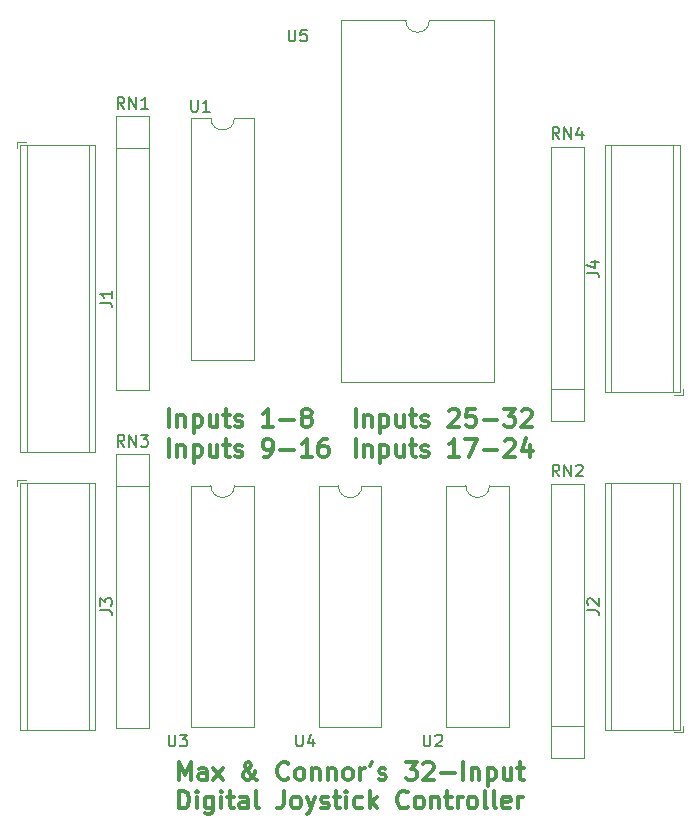
<source format=gbr>
%TF.GenerationSoftware,KiCad,Pcbnew,(6.0.1)*%
%TF.CreationDate,2022-01-26T21:55:38-08:00*%
%TF.ProjectId,dcs-joystick,6463732d-6a6f-4797-9374-69636b2e6b69,rev?*%
%TF.SameCoordinates,Original*%
%TF.FileFunction,Legend,Top*%
%TF.FilePolarity,Positive*%
%FSLAX46Y46*%
G04 Gerber Fmt 4.6, Leading zero omitted, Abs format (unit mm)*
G04 Created by KiCad (PCBNEW (6.0.1)) date 2022-01-26 21:55:38*
%MOMM*%
%LPD*%
G01*
G04 APERTURE LIST*
%ADD10C,0.300000*%
%ADD11C,0.150000*%
%ADD12C,0.120000*%
G04 APERTURE END LIST*
D10*
X124564999Y-107421071D02*
X124564999Y-105921071D01*
X125064999Y-106992500D01*
X125564999Y-105921071D01*
X125564999Y-107421071D01*
X126922142Y-107421071D02*
X126922142Y-106635357D01*
X126850714Y-106492500D01*
X126707857Y-106421071D01*
X126422142Y-106421071D01*
X126279285Y-106492500D01*
X126922142Y-107349642D02*
X126779285Y-107421071D01*
X126422142Y-107421071D01*
X126279285Y-107349642D01*
X126207857Y-107206785D01*
X126207857Y-107063928D01*
X126279285Y-106921071D01*
X126422142Y-106849642D01*
X126779285Y-106849642D01*
X126922142Y-106778214D01*
X127493571Y-107421071D02*
X128279285Y-106421071D01*
X127493571Y-106421071D02*
X128279285Y-107421071D01*
X131207857Y-107421071D02*
X131136428Y-107421071D01*
X130993571Y-107349642D01*
X130779285Y-107135357D01*
X130422142Y-106706785D01*
X130279285Y-106492500D01*
X130207857Y-106278214D01*
X130207857Y-106135357D01*
X130279285Y-105992500D01*
X130422142Y-105921071D01*
X130493571Y-105921071D01*
X130636428Y-105992500D01*
X130707857Y-106135357D01*
X130707857Y-106206785D01*
X130636428Y-106349642D01*
X130564999Y-106421071D01*
X130136428Y-106706785D01*
X130064999Y-106778214D01*
X129993571Y-106921071D01*
X129993571Y-107135357D01*
X130064999Y-107278214D01*
X130136428Y-107349642D01*
X130279285Y-107421071D01*
X130493571Y-107421071D01*
X130636428Y-107349642D01*
X130707857Y-107278214D01*
X130922142Y-106992500D01*
X130993571Y-106778214D01*
X130993571Y-106635357D01*
X133850714Y-107278214D02*
X133779285Y-107349642D01*
X133565000Y-107421071D01*
X133422142Y-107421071D01*
X133207857Y-107349642D01*
X133065000Y-107206785D01*
X132993571Y-107063928D01*
X132922142Y-106778214D01*
X132922142Y-106563928D01*
X132993571Y-106278214D01*
X133065000Y-106135357D01*
X133207857Y-105992500D01*
X133422142Y-105921071D01*
X133565000Y-105921071D01*
X133779285Y-105992500D01*
X133850714Y-106063928D01*
X134707857Y-107421071D02*
X134565000Y-107349642D01*
X134493571Y-107278214D01*
X134422142Y-107135357D01*
X134422142Y-106706785D01*
X134493571Y-106563928D01*
X134565000Y-106492500D01*
X134707857Y-106421071D01*
X134922142Y-106421071D01*
X135065000Y-106492500D01*
X135136428Y-106563928D01*
X135207857Y-106706785D01*
X135207857Y-107135357D01*
X135136428Y-107278214D01*
X135065000Y-107349642D01*
X134922142Y-107421071D01*
X134707857Y-107421071D01*
X135850714Y-106421071D02*
X135850714Y-107421071D01*
X135850714Y-106563928D02*
X135922142Y-106492500D01*
X136065000Y-106421071D01*
X136279285Y-106421071D01*
X136422142Y-106492500D01*
X136493571Y-106635357D01*
X136493571Y-107421071D01*
X137207857Y-106421071D02*
X137207857Y-107421071D01*
X137207857Y-106563928D02*
X137279285Y-106492500D01*
X137422142Y-106421071D01*
X137636428Y-106421071D01*
X137779285Y-106492500D01*
X137850714Y-106635357D01*
X137850714Y-107421071D01*
X138779285Y-107421071D02*
X138636428Y-107349642D01*
X138565000Y-107278214D01*
X138493571Y-107135357D01*
X138493571Y-106706785D01*
X138565000Y-106563928D01*
X138636428Y-106492500D01*
X138779285Y-106421071D01*
X138993571Y-106421071D01*
X139136428Y-106492500D01*
X139207857Y-106563928D01*
X139279285Y-106706785D01*
X139279285Y-107135357D01*
X139207857Y-107278214D01*
X139136428Y-107349642D01*
X138993571Y-107421071D01*
X138779285Y-107421071D01*
X139922142Y-107421071D02*
X139922142Y-106421071D01*
X139922142Y-106706785D02*
X139993571Y-106563928D01*
X140065000Y-106492500D01*
X140207857Y-106421071D01*
X140350714Y-106421071D01*
X140922142Y-105921071D02*
X140779285Y-106206785D01*
X141493571Y-107349642D02*
X141636428Y-107421071D01*
X141922142Y-107421071D01*
X142065000Y-107349642D01*
X142136428Y-107206785D01*
X142136428Y-107135357D01*
X142065000Y-106992500D01*
X141922142Y-106921071D01*
X141707857Y-106921071D01*
X141565000Y-106849642D01*
X141493571Y-106706785D01*
X141493571Y-106635357D01*
X141565000Y-106492500D01*
X141707857Y-106421071D01*
X141922142Y-106421071D01*
X142065000Y-106492500D01*
X143779285Y-105921071D02*
X144707857Y-105921071D01*
X144207857Y-106492500D01*
X144422142Y-106492500D01*
X144565000Y-106563928D01*
X144636428Y-106635357D01*
X144707857Y-106778214D01*
X144707857Y-107135357D01*
X144636428Y-107278214D01*
X144565000Y-107349642D01*
X144422142Y-107421071D01*
X143993571Y-107421071D01*
X143850714Y-107349642D01*
X143779285Y-107278214D01*
X145279285Y-106063928D02*
X145350714Y-105992500D01*
X145493571Y-105921071D01*
X145850714Y-105921071D01*
X145993571Y-105992500D01*
X146065000Y-106063928D01*
X146136428Y-106206785D01*
X146136428Y-106349642D01*
X146065000Y-106563928D01*
X145207857Y-107421071D01*
X146136428Y-107421071D01*
X146779285Y-106849642D02*
X147922142Y-106849642D01*
X148636428Y-107421071D02*
X148636428Y-105921071D01*
X149350714Y-106421071D02*
X149350714Y-107421071D01*
X149350714Y-106563928D02*
X149422142Y-106492500D01*
X149565000Y-106421071D01*
X149779285Y-106421071D01*
X149922142Y-106492500D01*
X149993571Y-106635357D01*
X149993571Y-107421071D01*
X150707857Y-106421071D02*
X150707857Y-107921071D01*
X150707857Y-106492500D02*
X150850714Y-106421071D01*
X151136428Y-106421071D01*
X151279285Y-106492500D01*
X151350714Y-106563928D01*
X151422142Y-106706785D01*
X151422142Y-107135357D01*
X151350714Y-107278214D01*
X151279285Y-107349642D01*
X151136428Y-107421071D01*
X150850714Y-107421071D01*
X150707857Y-107349642D01*
X152707857Y-106421071D02*
X152707857Y-107421071D01*
X152065000Y-106421071D02*
X152065000Y-107206785D01*
X152136428Y-107349642D01*
X152279285Y-107421071D01*
X152493571Y-107421071D01*
X152636428Y-107349642D01*
X152707857Y-107278214D01*
X153207857Y-106421071D02*
X153779285Y-106421071D01*
X153422142Y-105921071D02*
X153422142Y-107206785D01*
X153493571Y-107349642D01*
X153636428Y-107421071D01*
X153779285Y-107421071D01*
X124600714Y-109836071D02*
X124600714Y-108336071D01*
X124957857Y-108336071D01*
X125172142Y-108407500D01*
X125314999Y-108550357D01*
X125386428Y-108693214D01*
X125457857Y-108978928D01*
X125457857Y-109193214D01*
X125386428Y-109478928D01*
X125314999Y-109621785D01*
X125172142Y-109764642D01*
X124957857Y-109836071D01*
X124600714Y-109836071D01*
X126100714Y-109836071D02*
X126100714Y-108836071D01*
X126100714Y-108336071D02*
X126029285Y-108407500D01*
X126100714Y-108478928D01*
X126172142Y-108407500D01*
X126100714Y-108336071D01*
X126100714Y-108478928D01*
X127457857Y-108836071D02*
X127457857Y-110050357D01*
X127386428Y-110193214D01*
X127314999Y-110264642D01*
X127172142Y-110336071D01*
X126957857Y-110336071D01*
X126814999Y-110264642D01*
X127457857Y-109764642D02*
X127314999Y-109836071D01*
X127029285Y-109836071D01*
X126886428Y-109764642D01*
X126814999Y-109693214D01*
X126743571Y-109550357D01*
X126743571Y-109121785D01*
X126814999Y-108978928D01*
X126886428Y-108907500D01*
X127029285Y-108836071D01*
X127314999Y-108836071D01*
X127457857Y-108907500D01*
X128172142Y-109836071D02*
X128172142Y-108836071D01*
X128172142Y-108336071D02*
X128100714Y-108407500D01*
X128172142Y-108478928D01*
X128243571Y-108407500D01*
X128172142Y-108336071D01*
X128172142Y-108478928D01*
X128672142Y-108836071D02*
X129243571Y-108836071D01*
X128886428Y-108336071D02*
X128886428Y-109621785D01*
X128957857Y-109764642D01*
X129100714Y-109836071D01*
X129243571Y-109836071D01*
X130386428Y-109836071D02*
X130386428Y-109050357D01*
X130314999Y-108907500D01*
X130172142Y-108836071D01*
X129886428Y-108836071D01*
X129743571Y-108907500D01*
X130386428Y-109764642D02*
X130243571Y-109836071D01*
X129886428Y-109836071D01*
X129743571Y-109764642D01*
X129672142Y-109621785D01*
X129672142Y-109478928D01*
X129743571Y-109336071D01*
X129886428Y-109264642D01*
X130243571Y-109264642D01*
X130386428Y-109193214D01*
X131314999Y-109836071D02*
X131172142Y-109764642D01*
X131100714Y-109621785D01*
X131100714Y-108336071D01*
X133457857Y-108336071D02*
X133457857Y-109407500D01*
X133386428Y-109621785D01*
X133243571Y-109764642D01*
X133029285Y-109836071D01*
X132886428Y-109836071D01*
X134386428Y-109836071D02*
X134243571Y-109764642D01*
X134172142Y-109693214D01*
X134100714Y-109550357D01*
X134100714Y-109121785D01*
X134172142Y-108978928D01*
X134243571Y-108907500D01*
X134386428Y-108836071D01*
X134600714Y-108836071D01*
X134743571Y-108907500D01*
X134815000Y-108978928D01*
X134886428Y-109121785D01*
X134886428Y-109550357D01*
X134815000Y-109693214D01*
X134743571Y-109764642D01*
X134600714Y-109836071D01*
X134386428Y-109836071D01*
X135386428Y-108836071D02*
X135743571Y-109836071D01*
X136100714Y-108836071D02*
X135743571Y-109836071D01*
X135600714Y-110193214D01*
X135529285Y-110264642D01*
X135386428Y-110336071D01*
X136600714Y-109764642D02*
X136743571Y-109836071D01*
X137029285Y-109836071D01*
X137172142Y-109764642D01*
X137243571Y-109621785D01*
X137243571Y-109550357D01*
X137172142Y-109407500D01*
X137029285Y-109336071D01*
X136815000Y-109336071D01*
X136672142Y-109264642D01*
X136600714Y-109121785D01*
X136600714Y-109050357D01*
X136672142Y-108907500D01*
X136815000Y-108836071D01*
X137029285Y-108836071D01*
X137172142Y-108907500D01*
X137672142Y-108836071D02*
X138243571Y-108836071D01*
X137886428Y-108336071D02*
X137886428Y-109621785D01*
X137957857Y-109764642D01*
X138100714Y-109836071D01*
X138243571Y-109836071D01*
X138743571Y-109836071D02*
X138743571Y-108836071D01*
X138743571Y-108336071D02*
X138672142Y-108407500D01*
X138743571Y-108478928D01*
X138815000Y-108407500D01*
X138743571Y-108336071D01*
X138743571Y-108478928D01*
X140100714Y-109764642D02*
X139957857Y-109836071D01*
X139672142Y-109836071D01*
X139529285Y-109764642D01*
X139457857Y-109693214D01*
X139386428Y-109550357D01*
X139386428Y-109121785D01*
X139457857Y-108978928D01*
X139529285Y-108907500D01*
X139672142Y-108836071D01*
X139957857Y-108836071D01*
X140100714Y-108907500D01*
X140743571Y-109836071D02*
X140743571Y-108336071D01*
X140886428Y-109264642D02*
X141315000Y-109836071D01*
X141315000Y-108836071D02*
X140743571Y-109407500D01*
X143957857Y-109693214D02*
X143886428Y-109764642D01*
X143672142Y-109836071D01*
X143529285Y-109836071D01*
X143315000Y-109764642D01*
X143172142Y-109621785D01*
X143100714Y-109478928D01*
X143029285Y-109193214D01*
X143029285Y-108978928D01*
X143100714Y-108693214D01*
X143172142Y-108550357D01*
X143315000Y-108407500D01*
X143529285Y-108336071D01*
X143672142Y-108336071D01*
X143886428Y-108407500D01*
X143957857Y-108478928D01*
X144815000Y-109836071D02*
X144672142Y-109764642D01*
X144600714Y-109693214D01*
X144529285Y-109550357D01*
X144529285Y-109121785D01*
X144600714Y-108978928D01*
X144672142Y-108907500D01*
X144815000Y-108836071D01*
X145029285Y-108836071D01*
X145172142Y-108907500D01*
X145243571Y-108978928D01*
X145315000Y-109121785D01*
X145315000Y-109550357D01*
X145243571Y-109693214D01*
X145172142Y-109764642D01*
X145029285Y-109836071D01*
X144815000Y-109836071D01*
X145957857Y-108836071D02*
X145957857Y-109836071D01*
X145957857Y-108978928D02*
X146029285Y-108907500D01*
X146172142Y-108836071D01*
X146386428Y-108836071D01*
X146529285Y-108907500D01*
X146600714Y-109050357D01*
X146600714Y-109836071D01*
X147100714Y-108836071D02*
X147672142Y-108836071D01*
X147315000Y-108336071D02*
X147315000Y-109621785D01*
X147386428Y-109764642D01*
X147529285Y-109836071D01*
X147672142Y-109836071D01*
X148172142Y-109836071D02*
X148172142Y-108836071D01*
X148172142Y-109121785D02*
X148243571Y-108978928D01*
X148315000Y-108907500D01*
X148457857Y-108836071D01*
X148600714Y-108836071D01*
X149315000Y-109836071D02*
X149172142Y-109764642D01*
X149100714Y-109693214D01*
X149029285Y-109550357D01*
X149029285Y-109121785D01*
X149100714Y-108978928D01*
X149172142Y-108907500D01*
X149315000Y-108836071D01*
X149529285Y-108836071D01*
X149672142Y-108907500D01*
X149743571Y-108978928D01*
X149815000Y-109121785D01*
X149815000Y-109550357D01*
X149743571Y-109693214D01*
X149672142Y-109764642D01*
X149529285Y-109836071D01*
X149315000Y-109836071D01*
X150672142Y-109836071D02*
X150529285Y-109764642D01*
X150457857Y-109621785D01*
X150457857Y-108336071D01*
X151457857Y-109836071D02*
X151315000Y-109764642D01*
X151243571Y-109621785D01*
X151243571Y-108336071D01*
X152600714Y-109764642D02*
X152457857Y-109836071D01*
X152172142Y-109836071D01*
X152029285Y-109764642D01*
X151957857Y-109621785D01*
X151957857Y-109050357D01*
X152029285Y-108907500D01*
X152172142Y-108836071D01*
X152457857Y-108836071D01*
X152600714Y-108907500D01*
X152672142Y-109050357D01*
X152672142Y-109193214D01*
X151957857Y-109336071D01*
X153315000Y-109836071D02*
X153315000Y-108836071D01*
X153315000Y-109121785D02*
X153386428Y-108978928D01*
X153457857Y-108907500D01*
X153600714Y-108836071D01*
X153743571Y-108836071D01*
X123742142Y-80053571D02*
X123742142Y-78553571D01*
X124456428Y-79053571D02*
X124456428Y-80053571D01*
X124456428Y-79196428D02*
X124527857Y-79125000D01*
X124670714Y-79053571D01*
X124885000Y-79053571D01*
X125027857Y-79125000D01*
X125099285Y-79267857D01*
X125099285Y-80053571D01*
X125813571Y-79053571D02*
X125813571Y-80553571D01*
X125813571Y-79125000D02*
X125956428Y-79053571D01*
X126242142Y-79053571D01*
X126385000Y-79125000D01*
X126456428Y-79196428D01*
X126527857Y-79339285D01*
X126527857Y-79767857D01*
X126456428Y-79910714D01*
X126385000Y-79982142D01*
X126242142Y-80053571D01*
X125956428Y-80053571D01*
X125813571Y-79982142D01*
X127813571Y-79053571D02*
X127813571Y-80053571D01*
X127170714Y-79053571D02*
X127170714Y-79839285D01*
X127242142Y-79982142D01*
X127385000Y-80053571D01*
X127599285Y-80053571D01*
X127742142Y-79982142D01*
X127813571Y-79910714D01*
X128313571Y-79053571D02*
X128885000Y-79053571D01*
X128527857Y-78553571D02*
X128527857Y-79839285D01*
X128599285Y-79982142D01*
X128742142Y-80053571D01*
X128885000Y-80053571D01*
X129313571Y-79982142D02*
X129456428Y-80053571D01*
X129742142Y-80053571D01*
X129885000Y-79982142D01*
X129956428Y-79839285D01*
X129956428Y-79767857D01*
X129885000Y-79625000D01*
X129742142Y-79553571D01*
X129527857Y-79553571D01*
X129385000Y-79482142D01*
X129313571Y-79339285D01*
X129313571Y-79267857D01*
X129385000Y-79125000D01*
X129527857Y-79053571D01*
X129742142Y-79053571D01*
X129885000Y-79125000D01*
X131813571Y-80053571D02*
X132099285Y-80053571D01*
X132242142Y-79982142D01*
X132313571Y-79910714D01*
X132456428Y-79696428D01*
X132527857Y-79410714D01*
X132527857Y-78839285D01*
X132456428Y-78696428D01*
X132385000Y-78625000D01*
X132242142Y-78553571D01*
X131956428Y-78553571D01*
X131813571Y-78625000D01*
X131742142Y-78696428D01*
X131670714Y-78839285D01*
X131670714Y-79196428D01*
X131742142Y-79339285D01*
X131813571Y-79410714D01*
X131956428Y-79482142D01*
X132242142Y-79482142D01*
X132385000Y-79410714D01*
X132456428Y-79339285D01*
X132527857Y-79196428D01*
X133170714Y-79482142D02*
X134313571Y-79482142D01*
X135813571Y-80053571D02*
X134956428Y-80053571D01*
X135385000Y-80053571D02*
X135385000Y-78553571D01*
X135242142Y-78767857D01*
X135099285Y-78910714D01*
X134956428Y-78982142D01*
X137099285Y-78553571D02*
X136813571Y-78553571D01*
X136670714Y-78625000D01*
X136599285Y-78696428D01*
X136456428Y-78910714D01*
X136385000Y-79196428D01*
X136385000Y-79767857D01*
X136456428Y-79910714D01*
X136527857Y-79982142D01*
X136670714Y-80053571D01*
X136956428Y-80053571D01*
X137099285Y-79982142D01*
X137170714Y-79910714D01*
X137242142Y-79767857D01*
X137242142Y-79410714D01*
X137170714Y-79267857D01*
X137099285Y-79196428D01*
X136956428Y-79125000D01*
X136670714Y-79125000D01*
X136527857Y-79196428D01*
X136456428Y-79267857D01*
X136385000Y-79410714D01*
X139530714Y-80053571D02*
X139530714Y-78553571D01*
X140245000Y-79053571D02*
X140245000Y-80053571D01*
X140245000Y-79196428D02*
X140316428Y-79125000D01*
X140459285Y-79053571D01*
X140673571Y-79053571D01*
X140816428Y-79125000D01*
X140887857Y-79267857D01*
X140887857Y-80053571D01*
X141602142Y-79053571D02*
X141602142Y-80553571D01*
X141602142Y-79125000D02*
X141745000Y-79053571D01*
X142030714Y-79053571D01*
X142173571Y-79125000D01*
X142245000Y-79196428D01*
X142316428Y-79339285D01*
X142316428Y-79767857D01*
X142245000Y-79910714D01*
X142173571Y-79982142D01*
X142030714Y-80053571D01*
X141745000Y-80053571D01*
X141602142Y-79982142D01*
X143602142Y-79053571D02*
X143602142Y-80053571D01*
X142959285Y-79053571D02*
X142959285Y-79839285D01*
X143030714Y-79982142D01*
X143173571Y-80053571D01*
X143387857Y-80053571D01*
X143530714Y-79982142D01*
X143602142Y-79910714D01*
X144102142Y-79053571D02*
X144673571Y-79053571D01*
X144316428Y-78553571D02*
X144316428Y-79839285D01*
X144387857Y-79982142D01*
X144530714Y-80053571D01*
X144673571Y-80053571D01*
X145102142Y-79982142D02*
X145245000Y-80053571D01*
X145530714Y-80053571D01*
X145673571Y-79982142D01*
X145745000Y-79839285D01*
X145745000Y-79767857D01*
X145673571Y-79625000D01*
X145530714Y-79553571D01*
X145316428Y-79553571D01*
X145173571Y-79482142D01*
X145102142Y-79339285D01*
X145102142Y-79267857D01*
X145173571Y-79125000D01*
X145316428Y-79053571D01*
X145530714Y-79053571D01*
X145673571Y-79125000D01*
X148316428Y-80053571D02*
X147459285Y-80053571D01*
X147887857Y-80053571D02*
X147887857Y-78553571D01*
X147745000Y-78767857D01*
X147602142Y-78910714D01*
X147459285Y-78982142D01*
X148816428Y-78553571D02*
X149816428Y-78553571D01*
X149173571Y-80053571D01*
X150387857Y-79482142D02*
X151530714Y-79482142D01*
X152173571Y-78696428D02*
X152245000Y-78625000D01*
X152387857Y-78553571D01*
X152745000Y-78553571D01*
X152887857Y-78625000D01*
X152959285Y-78696428D01*
X153030714Y-78839285D01*
X153030714Y-78982142D01*
X152959285Y-79196428D01*
X152102142Y-80053571D01*
X153030714Y-80053571D01*
X154316428Y-79053571D02*
X154316428Y-80053571D01*
X153959285Y-78482142D02*
X153602142Y-79553571D01*
X154530714Y-79553571D01*
X139530714Y-77513571D02*
X139530714Y-76013571D01*
X140245000Y-76513571D02*
X140245000Y-77513571D01*
X140245000Y-76656428D02*
X140316428Y-76585000D01*
X140459285Y-76513571D01*
X140673571Y-76513571D01*
X140816428Y-76585000D01*
X140887857Y-76727857D01*
X140887857Y-77513571D01*
X141602142Y-76513571D02*
X141602142Y-78013571D01*
X141602142Y-76585000D02*
X141745000Y-76513571D01*
X142030714Y-76513571D01*
X142173571Y-76585000D01*
X142245000Y-76656428D01*
X142316428Y-76799285D01*
X142316428Y-77227857D01*
X142245000Y-77370714D01*
X142173571Y-77442142D01*
X142030714Y-77513571D01*
X141745000Y-77513571D01*
X141602142Y-77442142D01*
X143602142Y-76513571D02*
X143602142Y-77513571D01*
X142959285Y-76513571D02*
X142959285Y-77299285D01*
X143030714Y-77442142D01*
X143173571Y-77513571D01*
X143387857Y-77513571D01*
X143530714Y-77442142D01*
X143602142Y-77370714D01*
X144102142Y-76513571D02*
X144673571Y-76513571D01*
X144316428Y-76013571D02*
X144316428Y-77299285D01*
X144387857Y-77442142D01*
X144530714Y-77513571D01*
X144673571Y-77513571D01*
X145102142Y-77442142D02*
X145245000Y-77513571D01*
X145530714Y-77513571D01*
X145673571Y-77442142D01*
X145745000Y-77299285D01*
X145745000Y-77227857D01*
X145673571Y-77085000D01*
X145530714Y-77013571D01*
X145316428Y-77013571D01*
X145173571Y-76942142D01*
X145102142Y-76799285D01*
X145102142Y-76727857D01*
X145173571Y-76585000D01*
X145316428Y-76513571D01*
X145530714Y-76513571D01*
X145673571Y-76585000D01*
X147459285Y-76156428D02*
X147530714Y-76085000D01*
X147673571Y-76013571D01*
X148030714Y-76013571D01*
X148173571Y-76085000D01*
X148245000Y-76156428D01*
X148316428Y-76299285D01*
X148316428Y-76442142D01*
X148245000Y-76656428D01*
X147387857Y-77513571D01*
X148316428Y-77513571D01*
X149673571Y-76013571D02*
X148959285Y-76013571D01*
X148887857Y-76727857D01*
X148959285Y-76656428D01*
X149102142Y-76585000D01*
X149459285Y-76585000D01*
X149602142Y-76656428D01*
X149673571Y-76727857D01*
X149745000Y-76870714D01*
X149745000Y-77227857D01*
X149673571Y-77370714D01*
X149602142Y-77442142D01*
X149459285Y-77513571D01*
X149102142Y-77513571D01*
X148959285Y-77442142D01*
X148887857Y-77370714D01*
X150387857Y-76942142D02*
X151530714Y-76942142D01*
X152102142Y-76013571D02*
X153030714Y-76013571D01*
X152530714Y-76585000D01*
X152745000Y-76585000D01*
X152887857Y-76656428D01*
X152959285Y-76727857D01*
X153030714Y-76870714D01*
X153030714Y-77227857D01*
X152959285Y-77370714D01*
X152887857Y-77442142D01*
X152745000Y-77513571D01*
X152316428Y-77513571D01*
X152173571Y-77442142D01*
X152102142Y-77370714D01*
X153602142Y-76156428D02*
X153673571Y-76085000D01*
X153816428Y-76013571D01*
X154173571Y-76013571D01*
X154316428Y-76085000D01*
X154387857Y-76156428D01*
X154459285Y-76299285D01*
X154459285Y-76442142D01*
X154387857Y-76656428D01*
X153530714Y-77513571D01*
X154459285Y-77513571D01*
X123742142Y-77513571D02*
X123742142Y-76013571D01*
X124456428Y-76513571D02*
X124456428Y-77513571D01*
X124456428Y-76656428D02*
X124527857Y-76585000D01*
X124670714Y-76513571D01*
X124885000Y-76513571D01*
X125027857Y-76585000D01*
X125099285Y-76727857D01*
X125099285Y-77513571D01*
X125813571Y-76513571D02*
X125813571Y-78013571D01*
X125813571Y-76585000D02*
X125956428Y-76513571D01*
X126242142Y-76513571D01*
X126385000Y-76585000D01*
X126456428Y-76656428D01*
X126527857Y-76799285D01*
X126527857Y-77227857D01*
X126456428Y-77370714D01*
X126385000Y-77442142D01*
X126242142Y-77513571D01*
X125956428Y-77513571D01*
X125813571Y-77442142D01*
X127813571Y-76513571D02*
X127813571Y-77513571D01*
X127170714Y-76513571D02*
X127170714Y-77299285D01*
X127242142Y-77442142D01*
X127385000Y-77513571D01*
X127599285Y-77513571D01*
X127742142Y-77442142D01*
X127813571Y-77370714D01*
X128313571Y-76513571D02*
X128885000Y-76513571D01*
X128527857Y-76013571D02*
X128527857Y-77299285D01*
X128599285Y-77442142D01*
X128742142Y-77513571D01*
X128885000Y-77513571D01*
X129313571Y-77442142D02*
X129456428Y-77513571D01*
X129742142Y-77513571D01*
X129885000Y-77442142D01*
X129956428Y-77299285D01*
X129956428Y-77227857D01*
X129885000Y-77085000D01*
X129742142Y-77013571D01*
X129527857Y-77013571D01*
X129385000Y-76942142D01*
X129313571Y-76799285D01*
X129313571Y-76727857D01*
X129385000Y-76585000D01*
X129527857Y-76513571D01*
X129742142Y-76513571D01*
X129885000Y-76585000D01*
X132527857Y-77513571D02*
X131670714Y-77513571D01*
X132099285Y-77513571D02*
X132099285Y-76013571D01*
X131956428Y-76227857D01*
X131813571Y-76370714D01*
X131670714Y-76442142D01*
X133170714Y-76942142D02*
X134313571Y-76942142D01*
X135242142Y-76656428D02*
X135099285Y-76585000D01*
X135027857Y-76513571D01*
X134956428Y-76370714D01*
X134956428Y-76299285D01*
X135027857Y-76156428D01*
X135099285Y-76085000D01*
X135242142Y-76013571D01*
X135527857Y-76013571D01*
X135670714Y-76085000D01*
X135742142Y-76156428D01*
X135813571Y-76299285D01*
X135813571Y-76370714D01*
X135742142Y-76513571D01*
X135670714Y-76585000D01*
X135527857Y-76656428D01*
X135242142Y-76656428D01*
X135099285Y-76727857D01*
X135027857Y-76799285D01*
X134956428Y-76942142D01*
X134956428Y-77227857D01*
X135027857Y-77370714D01*
X135099285Y-77442142D01*
X135242142Y-77513571D01*
X135527857Y-77513571D01*
X135670714Y-77442142D01*
X135742142Y-77370714D01*
X135813571Y-77227857D01*
X135813571Y-76942142D01*
X135742142Y-76799285D01*
X135670714Y-76727857D01*
X135527857Y-76656428D01*
D11*
%TO.C,U3*%
X123698095Y-103592380D02*
X123698095Y-104401904D01*
X123745714Y-104497142D01*
X123793333Y-104544761D01*
X123888571Y-104592380D01*
X124079047Y-104592380D01*
X124174285Y-104544761D01*
X124221904Y-104497142D01*
X124269523Y-104401904D01*
X124269523Y-103592380D01*
X124650476Y-103592380D02*
X125269523Y-103592380D01*
X124936190Y-103973333D01*
X125079047Y-103973333D01*
X125174285Y-104020952D01*
X125221904Y-104068571D01*
X125269523Y-104163809D01*
X125269523Y-104401904D01*
X125221904Y-104497142D01*
X125174285Y-104544761D01*
X125079047Y-104592380D01*
X124793333Y-104592380D01*
X124698095Y-104544761D01*
X124650476Y-104497142D01*
%TO.C,RN2*%
X156789523Y-81732380D02*
X156456190Y-81256190D01*
X156218095Y-81732380D02*
X156218095Y-80732380D01*
X156599047Y-80732380D01*
X156694285Y-80780000D01*
X156741904Y-80827619D01*
X156789523Y-80922857D01*
X156789523Y-81065714D01*
X156741904Y-81160952D01*
X156694285Y-81208571D01*
X156599047Y-81256190D01*
X156218095Y-81256190D01*
X157218095Y-81732380D02*
X157218095Y-80732380D01*
X157789523Y-81732380D01*
X157789523Y-80732380D01*
X158218095Y-80827619D02*
X158265714Y-80780000D01*
X158360952Y-80732380D01*
X158599047Y-80732380D01*
X158694285Y-80780000D01*
X158741904Y-80827619D01*
X158789523Y-80922857D01*
X158789523Y-81018095D01*
X158741904Y-81160952D01*
X158170476Y-81732380D01*
X158789523Y-81732380D01*
%TO.C,J4*%
X159122380Y-64468333D02*
X159836666Y-64468333D01*
X159979523Y-64515952D01*
X160074761Y-64611190D01*
X160122380Y-64754047D01*
X160122380Y-64849285D01*
X159455714Y-63563571D02*
X160122380Y-63563571D01*
X159074761Y-63801666D02*
X159789047Y-64039761D01*
X159789047Y-63420714D01*
%TO.C,J1*%
X117912380Y-67008333D02*
X118626666Y-67008333D01*
X118769523Y-67055952D01*
X118864761Y-67151190D01*
X118912380Y-67294047D01*
X118912380Y-67389285D01*
X118912380Y-66008333D02*
X118912380Y-66579761D01*
X118912380Y-66294047D02*
X117912380Y-66294047D01*
X118055238Y-66389285D01*
X118150476Y-66484523D01*
X118198095Y-66579761D01*
%TO.C,RN1*%
X119959523Y-50602380D02*
X119626190Y-50126190D01*
X119388095Y-50602380D02*
X119388095Y-49602380D01*
X119769047Y-49602380D01*
X119864285Y-49650000D01*
X119911904Y-49697619D01*
X119959523Y-49792857D01*
X119959523Y-49935714D01*
X119911904Y-50030952D01*
X119864285Y-50078571D01*
X119769047Y-50126190D01*
X119388095Y-50126190D01*
X120388095Y-50602380D02*
X120388095Y-49602380D01*
X120959523Y-50602380D01*
X120959523Y-49602380D01*
X121959523Y-50602380D02*
X121388095Y-50602380D01*
X121673809Y-50602380D02*
X121673809Y-49602380D01*
X121578571Y-49745238D01*
X121483333Y-49840476D01*
X121388095Y-49888095D01*
%TO.C,J2*%
X159122380Y-93043333D02*
X159836666Y-93043333D01*
X159979523Y-93090952D01*
X160074761Y-93186190D01*
X160122380Y-93329047D01*
X160122380Y-93424285D01*
X159217619Y-92614761D02*
X159170000Y-92567142D01*
X159122380Y-92471904D01*
X159122380Y-92233809D01*
X159170000Y-92138571D01*
X159217619Y-92090952D01*
X159312857Y-92043333D01*
X159408095Y-92043333D01*
X159550952Y-92090952D01*
X160122380Y-92662380D01*
X160122380Y-92043333D01*
%TO.C,RN3*%
X119959523Y-79207380D02*
X119626190Y-78731190D01*
X119388095Y-79207380D02*
X119388095Y-78207380D01*
X119769047Y-78207380D01*
X119864285Y-78255000D01*
X119911904Y-78302619D01*
X119959523Y-78397857D01*
X119959523Y-78540714D01*
X119911904Y-78635952D01*
X119864285Y-78683571D01*
X119769047Y-78731190D01*
X119388095Y-78731190D01*
X120388095Y-79207380D02*
X120388095Y-78207380D01*
X120959523Y-79207380D01*
X120959523Y-78207380D01*
X121340476Y-78207380D02*
X121959523Y-78207380D01*
X121626190Y-78588333D01*
X121769047Y-78588333D01*
X121864285Y-78635952D01*
X121911904Y-78683571D01*
X121959523Y-78778809D01*
X121959523Y-79016904D01*
X121911904Y-79112142D01*
X121864285Y-79159761D01*
X121769047Y-79207380D01*
X121483333Y-79207380D01*
X121388095Y-79159761D01*
X121340476Y-79112142D01*
%TO.C,RN4*%
X156789523Y-53157380D02*
X156456190Y-52681190D01*
X156218095Y-53157380D02*
X156218095Y-52157380D01*
X156599047Y-52157380D01*
X156694285Y-52205000D01*
X156741904Y-52252619D01*
X156789523Y-52347857D01*
X156789523Y-52490714D01*
X156741904Y-52585952D01*
X156694285Y-52633571D01*
X156599047Y-52681190D01*
X156218095Y-52681190D01*
X157218095Y-53157380D02*
X157218095Y-52157380D01*
X157789523Y-53157380D01*
X157789523Y-52157380D01*
X158694285Y-52490714D02*
X158694285Y-53157380D01*
X158456190Y-52109761D02*
X158218095Y-52824047D01*
X158837142Y-52824047D01*
%TO.C,J3*%
X117912380Y-93043333D02*
X118626666Y-93043333D01*
X118769523Y-93090952D01*
X118864761Y-93186190D01*
X118912380Y-93329047D01*
X118912380Y-93424285D01*
X117912380Y-92662380D02*
X117912380Y-92043333D01*
X118293333Y-92376666D01*
X118293333Y-92233809D01*
X118340952Y-92138571D01*
X118388571Y-92090952D01*
X118483809Y-92043333D01*
X118721904Y-92043333D01*
X118817142Y-92090952D01*
X118864761Y-92138571D01*
X118912380Y-92233809D01*
X118912380Y-92519523D01*
X118864761Y-92614761D01*
X118817142Y-92662380D01*
%TO.C,U4*%
X134493095Y-103592380D02*
X134493095Y-104401904D01*
X134540714Y-104497142D01*
X134588333Y-104544761D01*
X134683571Y-104592380D01*
X134874047Y-104592380D01*
X134969285Y-104544761D01*
X135016904Y-104497142D01*
X135064523Y-104401904D01*
X135064523Y-103592380D01*
X135969285Y-103925714D02*
X135969285Y-104592380D01*
X135731190Y-103544761D02*
X135493095Y-104259047D01*
X136112142Y-104259047D01*
%TO.C,U2*%
X145288095Y-103592380D02*
X145288095Y-104401904D01*
X145335714Y-104497142D01*
X145383333Y-104544761D01*
X145478571Y-104592380D01*
X145669047Y-104592380D01*
X145764285Y-104544761D01*
X145811904Y-104497142D01*
X145859523Y-104401904D01*
X145859523Y-103592380D01*
X146288095Y-103687619D02*
X146335714Y-103640000D01*
X146430952Y-103592380D01*
X146669047Y-103592380D01*
X146764285Y-103640000D01*
X146811904Y-103687619D01*
X146859523Y-103782857D01*
X146859523Y-103878095D01*
X146811904Y-104020952D01*
X146240476Y-104592380D01*
X146859523Y-104592380D01*
%TO.C,U1*%
X125603095Y-49842380D02*
X125603095Y-50651904D01*
X125650714Y-50747142D01*
X125698333Y-50794761D01*
X125793571Y-50842380D01*
X125984047Y-50842380D01*
X126079285Y-50794761D01*
X126126904Y-50747142D01*
X126174523Y-50651904D01*
X126174523Y-49842380D01*
X127174523Y-50842380D02*
X126603095Y-50842380D01*
X126888809Y-50842380D02*
X126888809Y-49842380D01*
X126793571Y-49985238D01*
X126698333Y-50080476D01*
X126603095Y-50128095D01*
%TO.C,U5*%
X133858095Y-43902380D02*
X133858095Y-44711904D01*
X133905714Y-44807142D01*
X133953333Y-44854761D01*
X134048571Y-44902380D01*
X134239047Y-44902380D01*
X134334285Y-44854761D01*
X134381904Y-44807142D01*
X134429523Y-44711904D01*
X134429523Y-43902380D01*
X135381904Y-43902380D02*
X134905714Y-43902380D01*
X134858095Y-44378571D01*
X134905714Y-44330952D01*
X135000952Y-44283333D01*
X135239047Y-44283333D01*
X135334285Y-44330952D01*
X135381904Y-44378571D01*
X135429523Y-44473809D01*
X135429523Y-44711904D01*
X135381904Y-44807142D01*
X135334285Y-44854761D01*
X135239047Y-44902380D01*
X135000952Y-44902380D01*
X134905714Y-44854761D01*
X134858095Y-44807142D01*
D12*
%TO.C,U3*%
X125630000Y-102945000D02*
X130930000Y-102945000D01*
X127280000Y-82505000D02*
X125630000Y-82505000D01*
X130930000Y-102945000D02*
X130930000Y-82505000D01*
X130930000Y-82505000D02*
X129280000Y-82505000D01*
X125630000Y-82505000D02*
X125630000Y-102945000D01*
X127280000Y-82505000D02*
G75*
G03*
X129280000Y-82505000I1000000J0D01*
G01*
%TO.C,RN2*%
X158880000Y-105595000D02*
X158880000Y-82395000D01*
X158880000Y-82395000D02*
X156080000Y-82395000D01*
X156080000Y-82395000D02*
X156080000Y-105595000D01*
X156080000Y-105595000D02*
X158880000Y-105595000D01*
X156080000Y-102885000D02*
X158880000Y-102885000D01*
%TO.C,J4*%
X167230000Y-74825000D02*
X167230000Y-74325000D01*
X160670000Y-74585000D02*
X160670000Y-53684000D01*
X160670000Y-53684000D02*
X166990000Y-53684000D01*
X161130000Y-74585000D02*
X161130000Y-53684000D01*
X166490000Y-74825000D02*
X167230000Y-74825000D01*
X166990000Y-74585000D02*
X166990000Y-53684000D01*
X166430000Y-74585000D02*
X166430000Y-53684000D01*
X160670000Y-74585000D02*
X166990000Y-74585000D01*
%TO.C,J1*%
X110900000Y-53445000D02*
X110900000Y-53945000D01*
X111640000Y-53445000D02*
X110900000Y-53445000D01*
X117460000Y-79665000D02*
X111140000Y-79665000D01*
X117460000Y-53685000D02*
X117460000Y-79665000D01*
X117000000Y-53685000D02*
X117000000Y-79665000D01*
X117460000Y-53685000D02*
X111140000Y-53685000D01*
X111700000Y-53685000D02*
X111700000Y-79665000D01*
X111140000Y-53685000D02*
X111140000Y-79665000D01*
%TO.C,RN1*%
X119250000Y-51250000D02*
X119250000Y-74450000D01*
X122050000Y-53960000D02*
X119250000Y-53960000D01*
X122050000Y-74450000D02*
X122050000Y-51250000D01*
X122050000Y-51250000D02*
X119250000Y-51250000D01*
X119250000Y-74450000D02*
X122050000Y-74450000D01*
%TO.C,J2*%
X161130000Y-103160000D02*
X161130000Y-82259000D01*
X167230000Y-103400000D02*
X167230000Y-102900000D01*
X166430000Y-103160000D02*
X166430000Y-82259000D01*
X166990000Y-103160000D02*
X166990000Y-82259000D01*
X160670000Y-103160000D02*
X166990000Y-103160000D01*
X160670000Y-82259000D02*
X166990000Y-82259000D01*
X160670000Y-103160000D02*
X160670000Y-82259000D01*
X166490000Y-103400000D02*
X167230000Y-103400000D01*
%TO.C,RN3*%
X122050000Y-79855000D02*
X119250000Y-79855000D01*
X119250000Y-103055000D02*
X122050000Y-103055000D01*
X119250000Y-79855000D02*
X119250000Y-103055000D01*
X122050000Y-103055000D02*
X122050000Y-79855000D01*
X122050000Y-82565000D02*
X119250000Y-82565000D01*
%TO.C,RN4*%
X158880000Y-77020000D02*
X158880000Y-53820000D01*
X156080000Y-53820000D02*
X156080000Y-77020000D01*
X158880000Y-53820000D02*
X156080000Y-53820000D01*
X156080000Y-77020000D02*
X158880000Y-77020000D01*
X156080000Y-74310000D02*
X158880000Y-74310000D01*
%TO.C,J3*%
X117460000Y-82260000D02*
X117460000Y-103161000D01*
X117000000Y-82260000D02*
X117000000Y-103161000D01*
X111140000Y-82260000D02*
X111140000Y-103161000D01*
X117460000Y-82260000D02*
X111140000Y-82260000D01*
X111640000Y-82020000D02*
X110900000Y-82020000D01*
X110900000Y-82020000D02*
X110900000Y-82520000D01*
X111700000Y-82260000D02*
X111700000Y-103161000D01*
X117460000Y-103161000D02*
X111140000Y-103161000D01*
%TO.C,U4*%
X138075000Y-82520000D02*
X136425000Y-82520000D01*
X136425000Y-82520000D02*
X136425000Y-102960000D01*
X136425000Y-102960000D02*
X141725000Y-102960000D01*
X141725000Y-82520000D02*
X140075000Y-82520000D01*
X141725000Y-102960000D02*
X141725000Y-82520000D01*
X138075000Y-82520000D02*
G75*
G03*
X140075000Y-82520000I1000000J0D01*
G01*
%TO.C,U2*%
X152520000Y-102945000D02*
X152520000Y-82505000D01*
X147220000Y-102945000D02*
X152520000Y-102945000D01*
X148870000Y-82505000D02*
X147220000Y-82505000D01*
X152520000Y-82505000D02*
X150870000Y-82505000D01*
X147220000Y-82505000D02*
X147220000Y-102945000D01*
X148870000Y-82505000D02*
G75*
G03*
X150870000Y-82505000I1000000J0D01*
G01*
%TO.C,U1*%
X130930000Y-71830000D02*
X130930000Y-51390000D01*
X125630000Y-51390000D02*
X125630000Y-71830000D01*
X127280000Y-51390000D02*
X125630000Y-51390000D01*
X125630000Y-71830000D02*
X130930000Y-71830000D01*
X130930000Y-51390000D02*
X129280000Y-51390000D01*
X127280000Y-51390000D02*
G75*
G03*
X129280000Y-51390000I1000000J0D01*
G01*
%TO.C,U5*%
X151240000Y-73720000D02*
X151240000Y-43120000D01*
X138320000Y-43120000D02*
X138320000Y-73720000D01*
X151240000Y-43120000D02*
X145780000Y-43120000D01*
X138320000Y-73720000D02*
X151240000Y-73720000D01*
X143780000Y-43120000D02*
X138320000Y-43120000D01*
X143780000Y-43120000D02*
G75*
G03*
X145780000Y-43120000I1000000J0D01*
G01*
%TD*%
M02*

</source>
